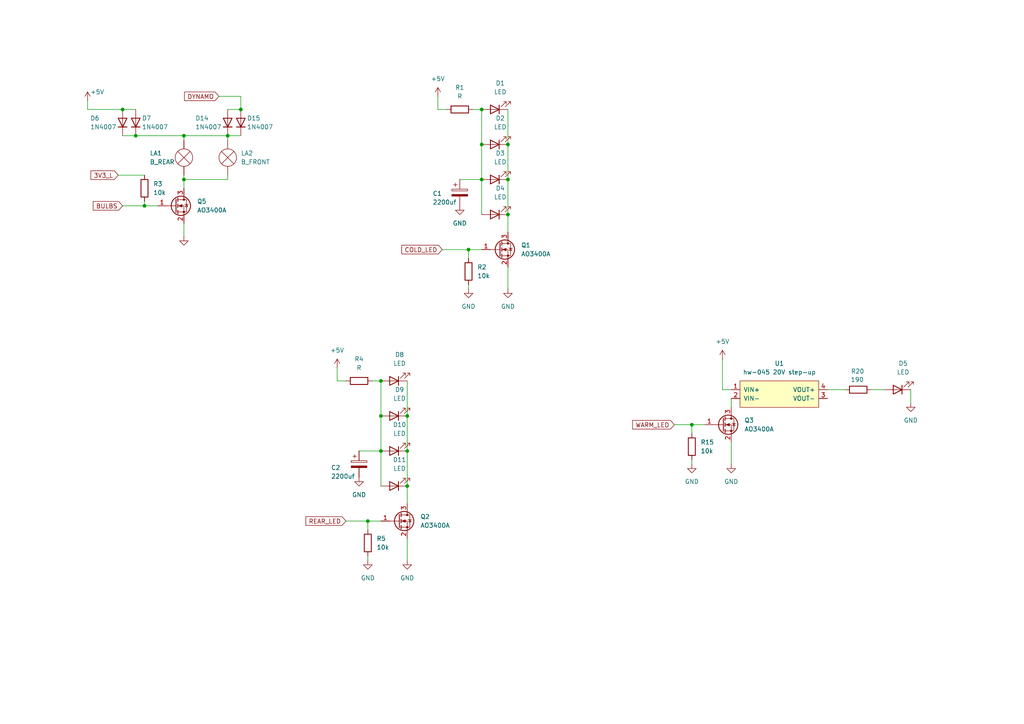
<source format=kicad_sch>
(kicad_sch (version 20231120) (generator "eeschema") (generator_version "8.0")
  (paper "A4")
  (lib_symbols
    (symbol "Device:C_Polarized" (pin_numbers hide) (pin_names (offset 0.254))
      (property "Reference" "C" (at 0.635 2.54 0))
      (property "Value" "C_Polarized" (at 0.635 -2.54 0))
      (symbol "C_Polarized_0_1"
        (rectangle (start -2.286 0.508) (end 2.286 1.016))
        (polyline (pts (xy -1.778 2.286) (xy -0.762 2.286)))
        (polyline (pts (xy -1.27 2.794) (xy -1.27 1.778)))
        (rectangle (start 2.286 -0.508) (end -2.286 -1.016) (fill (type outline)))
      )
      (symbol "C_Polarized_1_1"
        (pin passive line (at 0 3.81 270) (length 2.794) (name "~") (number "1"))
        (pin passive line (at 0 -3.81 90) (length 2.794) (name "~") (number "2"))
      )
    )
    (symbol "Device:LED" (pin_numbers hide) (pin_names (offset 1.016) hide)
      (property "Reference" "D" (at 0 2.54 0))
      (property "Value" "LED" (at 0 -2.54 0))
      (symbol "LED_0_1"
        (polyline (pts (xy -1.27 -1.27) (xy -1.27 1.27)) (stroke (width 0.254)))
        (polyline (pts (xy -1.27 0) (xy 1.27 0)))
        (polyline (pts (xy 1.27 -1.27) (xy 1.27 1.27) (xy -1.27 0) (xy 1.27 -1.27)) (stroke (width 0.254)))
        (polyline (pts (xy -3.048 -0.762) (xy -4.572 -2.286) (xy -3.81 -2.286) (xy -4.572 -2.286) (xy -4.572 -1.524)))
        (polyline (pts (xy -1.778 -0.762) (xy -3.302 -2.286) (xy -2.54 -2.286) (xy -3.302 -2.286) (xy -3.302 -1.524)))
      )
      (symbol "LED_1_1"
        (pin passive line (at -3.81 0 0) (length 2.54) (name "K") (number "1"))
        (pin passive line (at 3.81 0 180) (length 2.54) (name "A") (number "2"))
      )
    )
    (symbol "Device:Lamp" (pin_numbers hide) (pin_names (offset 0.0254) hide)
      (property "Reference" "LA" (at 0.635 3.81 0))
      (property "Value" "Lamp" (at 0.635 -3.81 0))
      (symbol "Lamp_0_1"
        (polyline (pts (xy -1.778 1.778) (xy 1.778 -1.778)))
        (polyline (pts (xy 1.778 1.778) (xy -1.778 -1.778)))
        (circle (center 0 0) (radius 2.54))
      )
      (symbol "Lamp_1_1"
        (pin passive line (at 0 -5.08 90) (length 2.54) (name "-") (number "1"))
        (pin passive line (at 0 5.08 270) (length 2.54) (name "+") (number "2"))
      )
    )
    (symbol "Device:R" (pin_numbers hide) (pin_names (offset 0))
      (property "Reference" "R" (at 2.032 0 90))
      (property "Value" "R" (at 0 0 90))
      (symbol "R_0_1"
        (rectangle (start -1.016 -2.54) (end 1.016 2.54) (stroke (width 0.254)))
      )
      (symbol "R_1_1"
        (pin passive line (at 0 3.81 270) (length 1.27) (name "~") (number "1"))
        (pin passive line (at 0 -3.81 90) (length 1.27) (name "~") (number "2"))
      )
    )
    (symbol "Diode:1N4007" (pin_numbers hide) (pin_names hide)
      (property "Reference" "D" (at 0 2.54 0))
      (property "Value" "1N4007" (at 0 -2.54 0))
      (symbol "1N4007_0_1"
        (polyline (pts (xy -1.27 1.27) (xy -1.27 -1.27)) (stroke (width 0.254)))
        (polyline (pts (xy 1.27 0) (xy -1.27 0)))
        (polyline (pts (xy 1.27 1.27) (xy 1.27 -1.27) (xy -1.27 0) (xy 1.27 1.27)) (stroke (width 0.254)))
      )
      (symbol "1N4007_1_1"
        (pin passive line (at -3.81 0 0) (length 2.54) (name "K") (number "1"))
        (pin passive line (at 3.81 0 180) (length 2.54) (name "A") (number "2"))
      )
    )
    (symbol "Transistor_FET:AO3400A" (pin_names hide)
      (property "Reference" "Q" (at 5.08 1.905 0))
      (property "Value" "AO3400A" (at 5.08 0 0))
      (symbol "AO3400A_0_1"
        (polyline (pts (xy 0.254 0) (xy -2.54 0)))
        (polyline (pts (xy 0.254 1.905) (xy 0.254 -1.905)) (stroke (width 0.254)))
        (polyline (pts (xy 0.762 -1.27) (xy 0.762 -2.286)) (stroke (width 0.254)))
        (polyline (pts (xy 0.762 0.508) (xy 0.762 -0.508)) (stroke (width 0.254)))
        (polyline (pts (xy 0.762 2.286) (xy 0.762 1.27)) (stroke (width 0.254)))
        (polyline (pts (xy 2.54 2.54) (xy 2.54 1.778)))
        (polyline (pts (xy 2.54 -2.54) (xy 2.54 0) (xy 0.762 0)))
        (polyline (pts (xy 0.762 -1.778) (xy 3.302 -1.778) (xy 3.302 1.778) (xy 0.762 1.778)))
        (polyline (pts (xy 1.016 0) (xy 2.032 0.381) (xy 2.032 -0.381) (xy 1.016 0)) (fill (type outline)))
        (polyline (pts (xy 2.794 0.508) (xy 2.921 0.381) (xy 3.683 0.381) (xy 3.81 0.254)))
        (polyline (pts (xy 3.302 0.381) (xy 2.921 -0.254) (xy 3.683 -0.254) (xy 3.302 0.381)))
        (circle (center 1.651 0) (radius 2.794) (stroke (width 0.254)))
        (circle (center 2.54 -1.778) (radius 0.254) (fill (type outline)))
        (circle (center 2.54 1.778) (radius 0.254) (fill (type outline)))
      )
      (symbol "AO3400A_1_1"
        (pin input line (at -5.08 0 0) (length 2.54) (name "G") (number "1"))
        (pin passive line (at 2.54 -5.08 90) (length 2.54) (name "S") (number "2"))
        (pin passive line (at 2.54 5.08 270) (length 2.54) (name "D") (number "3"))
      )
    )
    (symbol "hw-045:hw-045" (pin_names (offset 1.016))
      (property "Reference" "U1" (at 1.27 10.16 0))
      (property "Value" "hw-045" (at 1.27 7.62 0))
      (symbol "hw-045_0_1"
        (rectangle (start -10.16 5.08) (end 12.7 -2.54) (fill (type background)))
      )
      (symbol "hw-045_1_1"
        (pin input line (at -12.7 2.54 0) (length 2.54) (name "VIN+") (number "1"))
        (pin input line (at -12.7 0 0) (length 2.54) (name "VIN-") (number "2"))
        (pin output line (at 15.24 0 180) (length 2.54) (name "VOUT-") (number "3"))
        (pin output line (at 15.24 2.54 180) (length 2.54) (name "VOUT+") (number "4"))
      )
    )
    (symbol "power:+5V" (power) (pin_numbers hide) (pin_names (offset 0) hide)
      (property "Value" "+5V" (at 0 3.556 0))
      (symbol "+5V_0_1"
        (polyline (pts (xy -0.762 1.27) (xy 0 2.54)))
        (polyline (pts (xy 0 0) (xy 0 2.54)))
        (polyline (pts (xy 0 2.54) (xy 0.762 1.27)))
      )
      (symbol "+5V_1_1"
        (pin power_in line (at 0 0 90) (length 0) (name "~") (number "1"))
      )
    )
    (symbol "power:GND" (power) (pin_numbers hide) (pin_names (offset 0) hide)
      (property "Value" "GND" (at 0 -3.81 0))
      (symbol "GND_0_1"
        (polyline (pts (xy 0 0) (xy 0 -1.27) (xy 1.27 -1.27) (xy 0 -2.54) (xy -1.27 -1.27) (xy 0 -1.27)))
      )
      (symbol "GND_1_1"
        (pin power_in line (at 0 0 270) (length 0) (name "~") (number "1"))
      )
    )
  )
  (junction (at 35.56 31.75))
  (junction (at 53.34 39.37))
  (junction (at 139.7 31.75))
  (junction (at 69.85 31.75))
  (junction (at 110.49 120.65))
  (junction (at 139.7 52.07))
  (junction (at 118.11 140.97))
  (junction (at 106.68 151.13))
  (junction (at 135.89 72.39))
  (junction (at 147.32 41.91))
  (junction (at 66.04 39.37))
  (junction (at 39.37 39.37))
  (junction (at 139.7 41.91))
  (junction (at 110.49 110.49))
  (junction (at 147.32 62.23))
  (junction (at 147.32 52.07))
  (junction (at 200.66 123.19))
  (junction (at 110.49 130.81))
  (junction (at 41.91 59.69))
  (junction (at 118.11 130.81))
  (junction (at 53.34 52.07))
  (junction (at 118.11 120.65))
  (wire (pts (xy 66.04 39.37) (xy 66.04 40.64)))
  (wire (pts (xy 129.54 31.75) (xy 127 31.75)))
  (wire (pts (xy 200.66 133.35) (xy 200.66 134.62)))
  (wire (pts (xy 200.66 123.19) (xy 204.47 123.19)))
  (wire (pts (xy 147.32 41.91) (xy 147.32 52.07)))
  (wire (pts (xy 118.11 146.05) (xy 118.11 140.97)))
  (wire (pts (xy 127 31.75) (xy 127 27.94)))
  (wire (pts (xy 209.55 104.14) (xy 209.55 113.03)))
  (wire (pts (xy 107.95 110.49) (xy 110.49 110.49)))
  (wire (pts (xy 35.56 59.69) (xy 41.91 59.69)))
  (wire (pts (xy 212.09 115.57) (xy 212.09 118.11)))
  (wire (pts (xy 147.32 31.75) (xy 147.32 41.91)))
  (wire (pts (xy 104.14 130.81) (xy 110.49 130.81)))
  (wire (pts (xy 39.37 39.37) (xy 53.34 39.37)))
  (wire (pts (xy 66.04 31.75) (xy 69.85 31.75)))
  (wire (pts (xy 100.33 151.13) (xy 106.68 151.13)))
  (wire (pts (xy 209.55 113.03) (xy 212.09 113.03)))
  (wire (pts (xy 35.56 31.75) (xy 39.37 31.75)))
  (wire (pts (xy 139.7 31.75) (xy 139.7 41.91)))
  (wire (pts (xy 53.34 52.07) (xy 53.34 54.61)))
  (wire (pts (xy 139.7 52.07) (xy 139.7 62.23)))
  (wire (pts (xy 137.16 31.75) (xy 139.7 31.75)))
  (wire (pts (xy 118.11 120.65) (xy 118.11 130.81)))
  (wire (pts (xy 66.04 50.8) (xy 66.04 52.07)))
  (wire (pts (xy 63.5 27.94) (xy 69.85 27.94)))
  (wire (pts (xy 200.66 125.73) (xy 200.66 123.19)))
  (wire (pts (xy 118.11 110.49) (xy 118.11 120.65)))
  (wire (pts (xy 35.56 39.37) (xy 39.37 39.37)))
  (wire (pts (xy 135.89 82.55) (xy 135.89 83.82)))
  (wire (pts (xy 139.7 41.91) (xy 139.7 52.07)))
  (wire (pts (xy 240.03 113.03) (xy 245.11 113.03)))
  (wire (pts (xy 110.49 110.49) (xy 110.49 120.65)))
  (wire (pts (xy 133.35 52.07) (xy 139.7 52.07)))
  (wire (pts (xy 106.68 153.67) (xy 106.68 151.13)))
  (wire (pts (xy 100.33 110.49) (xy 97.79 110.49)))
  (wire (pts (xy 106.68 151.13) (xy 110.49 151.13)))
  (wire (pts (xy 41.91 59.69) (xy 45.72 59.69)))
  (wire (pts (xy 128.27 72.39) (xy 135.89 72.39)))
  (wire (pts (xy 25.4 29.21) (xy 25.4 31.75)))
  (wire (pts (xy 41.91 58.42) (xy 41.91 59.69)))
  (wire (pts (xy 53.34 39.37) (xy 66.04 39.37)))
  (wire (pts (xy 212.09 134.62) (xy 212.09 128.27)))
  (wire (pts (xy 66.04 52.07) (xy 53.34 52.07)))
  (wire (pts (xy 53.34 50.8) (xy 53.34 52.07)))
  (wire (pts (xy 264.16 113.03) (xy 264.16 116.84)))
  (wire (pts (xy 106.68 161.29) (xy 106.68 162.56)))
  (wire (pts (xy 97.79 110.49) (xy 97.79 106.68)))
  (wire (pts (xy 69.85 39.37) (xy 66.04 39.37)))
  (wire (pts (xy 118.11 130.81) (xy 118.11 140.97)))
  (wire (pts (xy 53.34 64.77) (xy 53.34 68.58)))
  (wire (pts (xy 118.11 162.56) (xy 118.11 156.21)))
  (wire (pts (xy 147.32 67.31) (xy 147.32 62.23)))
  (wire (pts (xy 25.4 31.75) (xy 35.56 31.75)))
  (wire (pts (xy 147.32 83.82) (xy 147.32 77.47)))
  (wire (pts (xy 195.58 123.19) (xy 200.66 123.19)))
  (wire (pts (xy 147.32 52.07) (xy 147.32 62.23)))
  (wire (pts (xy 110.49 120.65) (xy 110.49 130.81)))
  (wire (pts (xy 110.49 130.81) (xy 110.49 140.97)))
  (wire (pts (xy 135.89 72.39) (xy 139.7 72.39)))
  (wire (pts (xy 69.85 27.94) (xy 69.85 31.75)))
  (wire (pts (xy 53.34 39.37) (xy 53.34 40.64)))
  (wire (pts (xy 252.73 113.03) (xy 256.54 113.03)))
  (wire (pts (xy 34.29 50.8) (xy 41.91 50.8)))
  (wire (pts (xy 135.89 74.93) (xy 135.89 72.39)))
  (global_label "REAR_LED" (shape input) (at 100.33 151.13 180) (property "Intersheetrefs" "${INTERSHEET_REFS}" (effects (hide yes))))
  (global_label "COLD_LED" (shape input) (at 128.27 72.39 180) (property "Intersheetrefs" "${INTERSHEET_REFS}" (effects (hide yes))))
  (global_label "DYNAMO" (shape input) (at 63.5 27.94 180) (property "Intersheetrefs" "${INTERSHEET_REFS}" (effects (hide yes))))
  (global_label "WARM_LED" (shape input) (at 195.58 123.19 180) (property "Intersheetrefs" "${INTERSHEET_REFS}" (effects (hide yes))))
  (global_label "3V3_L" (shape input) (at 34.29 50.8 180) (property "Intersheetrefs" "${INTERSHEET_REFS}" (effects (hide yes))))
  (global_label "BULBS" (shape input) (at 35.56 59.69 180) (property "Intersheetrefs" "${INTERSHEET_REFS}" (effects (hide yes))))
  (symbol (lib_id "Device:R") (at 200.66 129.54 180) (unit 1)
    (property "Reference" "R15" (at 203.2 128.2699 0) (effects (justify right)))
    (property "Value" "10k" (at 203.2 130.8099 0) (effects (justify right)))
    (property "Description" "Resistor" (effects (hide yes)))
  )
  (symbol (lib_id "power:GND") (at 53.34 68.58 0) (unit 1)
    (property "Reference" "#PWR07" (effects (hide yes)))
    (property "Value" "GND" (effects (hide yes)))
    (property "Description" "Power symbol creates a global label with name \"GND\" , ground" (effects (hide yes)))
  )
  (symbol (lib_id "power:GND") (at 133.35 59.69 0) (unit 1)
    (property "Reference" "#PWR06" (effects (hide yes)))
    (property "Value" "GND" (at 133.35 64.77 0))
    (property "Description" "Power symbol creates a global label with name \"GND\" , ground" (effects (hide yes)))
  )
  (symbol (lib_id "power:+5V") (at 127 27.94 0) (unit 1)
    (property "Reference" "#PWR01" (effects (hide yes)))
    (property "Value" "+5V" (at 127 22.86 0))
    (property "Description" "Power symbol creates a global label with name \"+5V\"" (effects (hide yes)))
  )
  (symbol (lib_id "Diode:1N4007") (at 35.56 35.56 90) (unit 1)
    (property "Reference" "D6" (at 26.162 34.29 90) (effects (justify right)))
    (property "Value" "1N4007" (at 26.162 36.83 90) (effects (justify right)))
    (property "Footprint" "Diode_THT:D_DO-41_SOD81_P10.16mm_Horizontal" (effects (hide yes)))
    (property "Datasheet" "http://www.vishay.com/docs/88503/1n4001.pdf" (effects (hide yes)))
    (property "Description" "1000V 1A General Purpose Rectifier Diode, DO-41" (effects (hide yes)))
    (property "Sim.Device" "D" (effects (hide yes)))
    (property "Sim.Pins" "1=K 2=A" (effects (hide yes)))
  )
  (symbol (lib_id "Device:C_Polarized") (at 104.14 134.62 0) (unit 1)
    (property "Reference" "C2" (at 96.012 135.636 0) (effects (justify left)))
    (property "Value" "2200uf" (at 96.012 138.176 0) (effects (justify left)))
    (property "Description" "Polarized capacitor" (effects (hide yes)))
  )
  (symbol (lib_id "power:GND") (at 118.11 162.56 0) (unit 1)
    (property "Reference" "#PWR011" (effects (hide yes)))
    (property "Value" "GND" (at 118.11 167.64 0))
    (property "Description" "Power symbol creates a global label with name \"GND\" , ground" (effects (hide yes)))
  )
  (symbol (lib_id "Device:LED") (at 260.35 113.03 180) (unit 1)
    (property "Reference" "D5" (at 261.9375 105.41 0))
    (property "Value" "LED" (at 261.9375 107.95 0))
    (property "Description" "Light emitting diode" (effects (hide yes)))
  )
  (symbol (lib_id "Transistor_FET:AO3400A") (at 209.55 123.19 0) (unit 1)
    (property "Reference" "Q3" (at 215.9 121.9199 0) (effects (justify left)))
    (property "Value" "AO3400A" (at 215.9 124.4599 0) (effects (justify left)))
    (property "Footprint" "Package_TO_SOT_SMD:SOT-23" (effects (hide yes)))
    (property "Datasheet" "http://www.aosmd.com/pdfs/datasheet/AO3400A.pdf" (effects (hide yes)))
    (property "Description" "30V Vds, 5.7A Id, N-Channel MOSFET, SOT-23" (effects (hide yes)))
  )
  (symbol (lib_id "Device:R") (at 106.68 157.48 180) (unit 1)
    (property "Reference" "R5" (at 109.22 156.2099 0) (effects (justify right)))
    (property "Value" "10k" (at 109.22 158.7499 0) (effects (justify right)))
    (property "Description" "Resistor" (effects (hide yes)))
  )
  (symbol (lib_id "Device:R") (at 135.89 78.74 180) (unit 1)
    (property "Reference" "R2" (at 138.43 77.4699 0) (effects (justify right)))
    (property "Value" "10k" (at 138.43 80.0099 0) (effects (justify right)))
    (property "Description" "Resistor" (effects (hide yes)))
  )
  (symbol (lib_id "Device:LED") (at 143.51 62.23 180) (unit 1)
    (property "Reference" "D4" (at 145.0975 54.61 0))
    (property "Value" "LED" (at 145.0975 57.15 0))
    (property "Description" "Light emitting diode" (effects (hide yes)))
  )
  (symbol (lib_id "Device:LED") (at 143.51 41.91 180) (unit 1)
    (property "Reference" "D2" (at 145.0975 34.29 0))
    (property "Value" "LED" (at 145.0975 36.83 0))
    (property "Description" "Light emitting diode" (effects (hide yes)))
  )
  (symbol (lib_id "Transistor_FET:AO3400A") (at 115.57 151.13 0) (unit 1)
    (property "Reference" "Q2" (at 121.92 149.8599 0) (effects (justify left)))
    (property "Value" "AO3400A" (at 121.92 152.3999 0) (effects (justify left)))
    (property "Footprint" "Package_TO_SOT_SMD:SOT-23" (effects (hide yes)))
    (property "Datasheet" "http://www.aosmd.com/pdfs/datasheet/AO3400A.pdf" (effects (hide yes)))
    (property "Description" "30V Vds, 5.7A Id, N-Channel MOSFET, SOT-23" (effects (hide yes)))
  )
  (symbol (lib_id "power:+5V") (at 97.79 106.68 0) (unit 1)
    (property "Reference" "#PWR08" (effects (hide yes)))
    (property "Value" "+5V" (at 97.79 101.6 0))
    (property "Description" "Power symbol creates a global label with name \"+5V\"" (effects (hide yes)))
  )
  (symbol (lib_id "Device:Lamp") (at 53.34 45.72 0) (unit 1)
    (property "Reference" "LA1" (at 43.434 44.45 0) (effects (justify left)))
    (property "Value" "B_REAR" (at 43.434 46.99 0) (effects (justify left)))
    (property "Description" "Lamp" (effects (hide yes)))
  )
  (symbol (lib_id "power:+5V") (at 209.55 104.14 0) (unit 1)
    (property "Reference" "#PWR034" (effects (hide yes)))
    (property "Value" "+5V" (at 209.55 99.06 0))
    (property "Description" "Power symbol creates a global label with name \"+5V\"" (effects (hide yes)))
  )
  (symbol (lib_id "power:GND") (at 212.09 134.62 0) (unit 1)
    (property "Reference" "#PWR02" (effects (hide yes)))
    (property "Value" "GND" (at 212.09 139.7 0))
    (property "Description" "Power symbol creates a global label with name \"GND\" , ground" (effects (hide yes)))
  )
  (symbol (lib_id "Device:C_Polarized") (at 133.35 55.88 0) (unit 1)
    (property "Reference" "C1" (at 125.476 56.134 0) (effects (justify left)))
    (property "Value" "2200uf" (at 125.476 58.674 0) (effects (justify left)))
    (property "Description" "Polarized capacitor" (effects (hide yes)))
  )
  (symbol (lib_id "Diode:1N4007") (at 39.37 35.56 90) (unit 1)
    (property "Reference" "D7" (at 41.148 34.29 90) (effects (justify right)))
    (property "Value" "1N4007" (at 41.148 36.83 90) (effects (justify right)))
    (property "Footprint" "Diode_THT:D_DO-41_SOD81_P10.16mm_Horizontal" (effects (hide yes)))
    (property "Datasheet" "http://www.vishay.com/docs/88503/1n4001.pdf" (effects (hide yes)))
    (property "Description" "1000V 1A General Purpose Rectifier Diode, DO-41" (effects (hide yes)))
    (property "Sim.Device" "D" (effects (hide yes)))
    (property "Sim.Pins" "1=K 2=A" (effects (hide yes)))
  )
  (symbol (lib_id "power:GND") (at 106.68 162.56 0) (unit 1)
    (property "Reference" "#PWR010" (effects (hide yes)))
    (property "Value" "GND" (at 106.68 167.64 0))
    (property "Description" "Power symbol creates a global label with name \"GND\" , ground" (effects (hide yes)))
  )
  (symbol (lib_id "hw-045:hw-045") (at 224.79 115.57 0) (unit 1)
    (property "Reference" "U1" (at 226.06 105.41 0))
    (property "Value" "hw-045 20V step-up" (at 226.06 107.95 0))
  )
  (symbol (lib_id "Transistor_FET:AO3400A") (at 144.78 72.39 0) (unit 1)
    (property "Reference" "Q1" (at 151.13 71.1199 0) (effects (justify left)))
    (property "Value" "AO3400A" (at 151.13 73.6599 0) (effects (justify left)))
    (property "Footprint" "Package_TO_SOT_SMD:SOT-23" (effects (hide yes)))
    (property "Datasheet" "http://www.aosmd.com/pdfs/datasheet/AO3400A.pdf" (effects (hide yes)))
    (property "Description" "30V Vds, 5.7A Id, N-Channel MOSFET, SOT-23" (effects (hide yes)))
  )
  (symbol (lib_id "Device:LED") (at 114.3 140.97 180) (unit 1)
    (property "Reference" "D11" (at 115.8875 133.35 0))
    (property "Value" "LED" (at 115.8875 135.89 0))
    (property "Description" "Light emitting diode" (effects (hide yes)))
  )
  (symbol (lib_id "Device:R") (at 133.35 31.75 90) (unit 1)
    (property "Reference" "R1" (at 133.35 25.4 90))
    (property "Value" "R" (at 133.35 27.94 90))
    (property "Footprint" "Resistor_SMD:R_0805_2012Metric" (effects (hide yes)))
    (property "Description" "Resistor" (effects (hide yes)))
  )
  (symbol (lib_id "power:+5V") (at 25.4 29.21 0) (unit 1)
    (property "Reference" "#PWR04" (effects (hide yes)))
    (property "Value" "+5V" (at 26.162 26.67 0) (effects (justify left)))
    (property "Description" "Power symbol creates a global label with name \"+5V\"" (effects (hide yes)))
  )
  (symbol (lib_id "power:GND") (at 104.14 138.43 0) (unit 1)
    (property "Reference" "#PWR09" (effects (hide yes)))
    (property "Value" "GND" (at 104.14 143.51 0))
    (property "Description" "Power symbol creates a global label with name \"GND\" , ground" (effects (hide yes)))
  )
  (symbol (lib_id "Device:R") (at 104.14 110.49 90) (unit 1)
    (property "Reference" "R4" (at 104.14 104.14 90))
    (property "Value" "R" (at 104.14 106.68 90))
    (property "Description" "Resistor" (effects (hide yes)))
  )
  (symbol (lib_id "Device:LED") (at 143.51 52.07 180) (unit 1)
    (property "Reference" "D3" (at 145.0975 44.45 0))
    (property "Value" "LED" (at 145.0975 46.99 0))
    (property "Description" "Light emitting diode" (effects (hide yes)))
  )
  (symbol (lib_id "power:GND") (at 264.16 116.84 0) (unit 1)
    (property "Reference" "#PWR018" (effects (hide yes)))
    (property "Value" "GND" (at 264.16 121.92 0))
    (property "Description" "Power symbol creates a global label with name \"GND\" , ground" (effects (hide yes)))
  )
  (symbol (lib_id "Device:LED") (at 114.3 130.81 180) (unit 1)
    (property "Reference" "D10" (at 115.8875 123.19 0))
    (property "Value" "LED" (at 115.8875 125.73 0))
    (property "Description" "Light emitting diode" (effects (hide yes)))
  )
  (symbol (lib_id "power:GND") (at 200.66 134.62 0) (unit 1)
    (property "Reference" "#PWR035" (effects (hide yes)))
    (property "Value" "GND" (at 200.66 139.7 0))
    (property "Description" "Power symbol creates a global label with name \"GND\" , ground" (effects (hide yes)))
  )
  (symbol (lib_id "Device:R") (at 41.91 54.61 0) (unit 1)
    (property "Reference" "R3" (at 44.45 53.3399 0) (effects (justify left)))
    (property "Value" "10k" (at 44.45 55.8799 0) (effects (justify left)))
    (property "Description" "Resistor" (effects (hide yes)))
  )
  (symbol (lib_id "Transistor_FET:AO3400A") (at 50.8 59.69 0) (unit 1)
    (property "Reference" "Q5" (at 57.15 58.4199 0) (effects (justify left)))
    (property "Value" "AO3400A" (at 57.15 60.9599 0) (effects (justify left)))
    (property "Footprint" "Package_TO_SOT_SMD:SOT-23" (effects (hide yes)))
    (property "Datasheet" "http://www.aosmd.com/pdfs/datasheet/AO3400A.pdf" (effects (hide yes)))
    (property "Description" "30V Vds, 5.7A Id, N-Channel MOSFET, SOT-23" (effects (hide yes)))
  )
  (symbol (lib_id "Device:LED") (at 114.3 110.49 180) (unit 1)
    (property "Reference" "D8" (at 115.8875 102.87 0))
    (property "Value" "LED" (at 115.8875 105.41 0))
    (property "Description" "Light emitting diode" (effects (hide yes)))
  )
  (symbol (lib_id "Diode:1N4007") (at 69.85 35.56 90) (unit 1)
    (property "Reference" "D15" (at 71.628 34.29 90) (effects (justify right)))
    (property "Value" "1N4007" (at 71.628 36.83 90) (effects (justify right)))
    (property "Footprint" "Diode_THT:D_DO-41_SOD81_P10.16mm_Horizontal" (effects (hide yes)))
    (property "Datasheet" "http://www.vishay.com/docs/88503/1n4001.pdf" (effects (hide yes)))
    (property "Description" "1000V 1A General Purpose Rectifier Diode, DO-41" (effects (hide yes)))
    (property "Sim.Device" "D" (effects (hide yes)))
    (property "Sim.Pins" "1=K 2=A" (effects (hide yes)))
  )
  (symbol (lib_id "Device:Lamp") (at 66.04 45.72 0) (unit 1)
    (property "Reference" "LA2" (at 69.85 44.4499 0) (effects (justify left)))
    (property "Value" "B_FRONT" (at 69.85 46.9899 0) (effects (justify left)))
    (property "Description" "Lamp" (effects (hide yes)))
  )
  (symbol (lib_id "Device:LED") (at 143.51 31.75 180) (unit 1)
    (property "Reference" "D1" (at 145.0975 24.13 0))
    (property "Value" "LED" (at 145.0975 26.67 0))
    (property "Description" "Light emitting diode" (effects (hide yes)))
  )
  (symbol (lib_id "power:GND") (at 135.89 83.82 0) (unit 1)
    (property "Reference" "#PWR05" (effects (hide yes)))
    (property "Value" "GND" (at 135.89 88.9 0))
    (property "Description" "Power symbol creates a global label with name \"GND\" , ground" (effects (hide yes)))
  )
  (symbol (lib_id "power:GND") (at 147.32 83.82 0) (unit 1)
    (property "Reference" "#PWR03" (effects (hide yes)))
    (property "Value" "GND" (at 147.32 88.9 0))
    (property "Description" "Power symbol creates a global label with name \"GND\" , ground" (effects (hide yes)))
  )
  (symbol (lib_id "Device:LED") (at 114.3 120.65 180) (unit 1)
    (property "Reference" "D9" (at 115.8875 113.03 0))
    (property "Value" "LED" (at 115.8875 115.57 0))
    (property "Description" "Light emitting diode" (effects (hide yes)))
  )
  (symbol (lib_id "Device:R") (at 248.92 113.03 90) (unit 1)
    (property "Reference" "R20" (at 250.698 107.696 90) (effects (justify left)))
    (property "Value" "190" (at 250.571 110.1091 90) (effects (justify left)))
    (property "Description" "Resistor" (effects (hide yes)))
  )
  (symbol (lib_id "Diode:1N4007") (at 66.04 35.56 90) (unit 1)
    (property "Reference" "D14" (at 56.642 34.29 90) (effects (justify right)))
    (property "Value" "1N4007" (at 56.642 36.83 90) (effects (justify right)))
    (property "Footprint" "Diode_THT:D_DO-41_SOD81_P10.16mm_Horizontal" (effects (hide yes)))
    (property "Datasheet" "http://www.vishay.com/docs/88503/1n4001.pdf" (effects (hide yes)))
    (property "Description" "1000V 1A General Purpose Rectifier Diode, DO-41" (effects (hide yes)))
    (property "Sim.Device" "D" (effects (hide yes)))
    (property "Sim.Pins" "1=K 2=A" (effects (hide yes)))
  )
)
</source>
